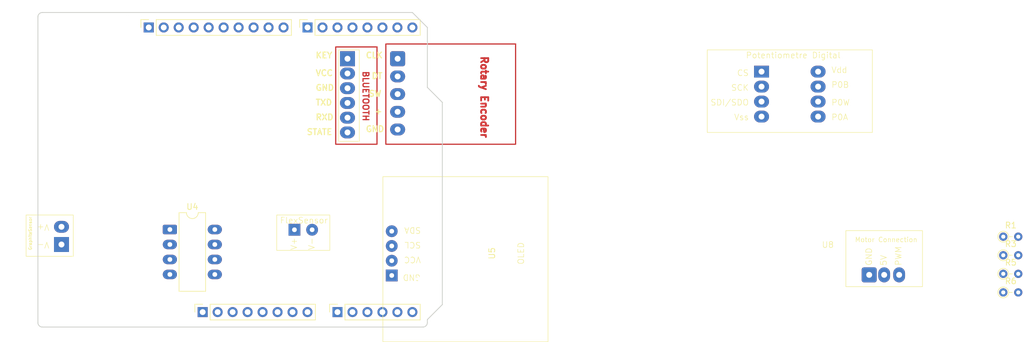
<source format=kicad_pcb>
(kicad_pcb (version 20241229) (generator "pcbnew") (generator_version "9.0")
  (title_block (date "mar. 31 mars 2015"))
  (layers (0 "F.Cu" signal) (2 "B.Cu" signal) (13 "F.Paste" user) (15 "B.Paste" user) (5 "F.SilkS" user "F.Silkscreen") (7 "B.SilkS" user "B.Silkscreen") (1 "F.Mask" user) (3 "B.Mask" user) (25 "Edge.Cuts" user))
  (net 0 "")
  (net 1 "GND")
  (net 3 "+5V")
  (net 4 "/IOREF")
  (net 5 "Net-(U4-+IN)")
  (net 6 "/A1")
  (net 7 "/A2")
  (net 8 "A0")
  (net 9 "Net-(U4-V+)")
  (net 10 "Net-(U4--IN)")
  (net 11 "11")
  (net 12 "A5")
  (net 13 "/AREF")
  (net 14 "12")
  (net 15 "13")
  (net 16 "10")
  (net 17 "A4")
  (net 18 "8")
  (net 19 "9")
  (net 20 "A3")
  (net 21 "2")
  (net 22 "7")
  (net 23 "/TX{slash}1")
  (net 24 "3")
  (net 25 "/RX{slash}0")
  (net 26 "+3V3")
  (net 27 "VCC")
  (net 28 "/~{RESET}")
  (net 29 "6")
  (net 30 "4")
  (net 31 "5")
  (net 32 "Net-(U3--)")
  (net 33 "Net-(U4-OUT)")
  (footprint "Connector_PinSocket_2.54mm:PinSocket_1x08_P2.54mm_Vertical" (layer "F.Cu") (at 127.94 97.46 90)
    (property "Reference" "J1" (hide yes))
    (property "Value" "Power")
    (fp_line (start 1.33 -1.33) (end 1.33 0) (stroke (width 0.12)) (layer "F.SilkS"))
    (fp_line (start 0 -1.33) (end 1.33 -1.33) (stroke (width 0.12)) (layer "F.SilkS"))
    (fp_line (start 1.33 1.27) (end 1.33 19.11) (stroke (width 0.12)) (layer "F.SilkS"))
    (fp_line (start -1.33 1.27) (end 1.33 1.27) (stroke (width 0.12)) (layer "F.SilkS"))
    (fp_line (start -1.33 1.27) (end -1.33 19.11) (stroke (width 0.12)) (layer "F.SilkS"))
    (fp_line (start -1.33 19.11) (end 1.33 19.11) (stroke (width 0.12)) (layer "F.SilkS"))
    (pad "1" thru_hole rect (at 0 0 90) (size 1.7 1.7) (drill 1) (layers "*.Cu" "*.Mask"))
    (pad "2" thru_hole oval (at 0 2.54 90) (size 1.7 1.7) (drill 1) (layers "*.Cu" "*.Mask") (net 4 "/IOREF"))
    (pad "3" thru_hole oval (at 0 5.08 90) (size 1.7 1.7) (drill 1) (layers "*.Cu" "*.Mask") (net 28 "/~{RESET}"))
    (pad "4" thru_hole oval (at 0 7.62 90) (size 1.7 1.7) (drill 1) (layers "*.Cu" "*.Mask") (net 26 "+3V3"))
    (pad "5" thru_hole oval (at 0 10.16 90) (size 1.7 1.7) (drill 1) (layers "*.Cu" "*.Mask") (net 3 "+5V"))
    (pad "6" thru_hole oval (at 0 12.7 90) (size 1.7 1.7) (drill 1) (layers "*.Cu" "*.Mask") (net 1 "GND"))
    (pad "7" thru_hole oval (at 0 15.24 90) (size 1.7 1.7) (drill 1) (layers "*.Cu" "*.Mask") (net 1 "GND"))
    (pad "8" thru_hole oval (at 0 17.78 90) (size 1.7 1.7) (drill 1) (layers "*.Cu" "*.Mask") (net 27 "VCC"))
  )
  (footprint "Connector_PinSocket_2.54mm:PinSocket_1x06_P2.54mm_Vertical" (layer "F.Cu") (at 150.8 97.46 90)
    (property "Reference" "J3" (hide yes))
    (property "Value" "Analog")
    (fp_line (start 1.33 -1.33) (end 1.33 0) (stroke (width 0.12)) (layer "F.SilkS"))
    (fp_line (start 0 -1.33) (end 1.33 -1.33) (stroke (width 0.12)) (layer "F.SilkS"))
    (fp_line (start 1.33 1.27) (end 1.33 14.03) (stroke (width 0.12)) (layer "F.SilkS"))
    (fp_line (start -1.33 1.27) (end 1.33 1.27) (stroke (width 0.12)) (layer "F.SilkS"))
    (fp_line (start -1.33 1.27) (end -1.33 14.03) (stroke (width 0.12)) (layer "F.SilkS"))
    (fp_line (start -1.33 14.03) (end 1.33 14.03) (stroke (width 0.12)) (layer "F.SilkS"))
    (pad "1" thru_hole rect (at 0 0 90) (size 1.7 1.7) (drill 1) (layers "*.Cu" "*.Mask") (net 8 "A0"))
    (pad "2" thru_hole oval (at 0 2.54 90) (size 1.7 1.7) (drill 1) (layers "*.Cu" "*.Mask") (net 6 "/A1"))
    (pad "3" thru_hole oval (at 0 5.08 90) (size 1.7 1.7) (drill 1) (layers "*.Cu" "*.Mask") (net 7 "/A2"))
    (pad "4" thru_hole oval (at 0 7.62 90) (size 1.7 1.7) (drill 1) (layers "*.Cu" "*.Mask") (net 20 "A3"))
    (pad "5" thru_hole oval (at 0 10.16 90) (size 1.7 1.7) (drill 1) (layers "*.Cu" "*.Mask") (net 17 "A4"))
    (pad "6" thru_hole oval (at 0 12.7 90) (size 1.7 1.7) (drill 1) (layers "*.Cu" "*.Mask") (net 12 "A5"))
  )
  (footprint "Connector_PinSocket_2.54mm:PinSocket_1x10_P2.54mm_Vertical" (layer "F.Cu") (at 118.796 49.2 90)
    (property "Reference" "J2" (hide yes))
    (property "Value" "Digital/PWM")
    (fp_line (start 1.33 -1.33) (end 1.33 0) (stroke (width 0.12)) (layer "F.SilkS"))
    (fp_line (start 0 -1.33) (end 1.33 -1.33) (stroke (width 0.12)) (layer "F.SilkS"))
    (fp_line (start 1.33 1.27) (end 1.33 24.19) (stroke (width 0.12)) (layer "F.SilkS"))
    (fp_line (start -1.33 1.27) (end 1.33 1.27) (stroke (width 0.12)) (layer "F.SilkS"))
    (fp_line (start -1.33 1.27) (end -1.33 24.19) (stroke (width 0.12)) (layer "F.SilkS"))
    (fp_line (start -1.33 24.19) (end 1.33 24.19) (stroke (width 0.12)) (layer "F.SilkS"))
    (pad "1" thru_hole rect (at 0 0 90) (size 1.7 1.7) (drill 1) (layers "*.Cu" "*.Mask") (net 12 "A5"))
    (pad "2" thru_hole oval (at 0 2.54 90) (size 1.7 1.7) (drill 1) (layers "*.Cu" "*.Mask") (net 17 "A4"))
    (pad "3" thru_hole oval (at 0 5.08 90) (size 1.7 1.7) (drill 1) (layers "*.Cu" "*.Mask") (net 13 "/AREF"))
    (pad "4" thru_hole oval (at 0 7.62 90) (size 1.7 1.7) (drill 1) (layers "*.Cu" "*.Mask") (net 1 "GND"))
    (pad "5" thru_hole oval (at 0 10.16 90) (size 1.7 1.7) (drill 1) (layers "*.Cu" "*.Mask") (net 15 "13"))
    (pad "6" thru_hole oval (at 0 12.7 90) (size 1.7 1.7) (drill 1) (layers "*.Cu" "*.Mask") (net 14 "12"))
    (pad "7" thru_hole oval (at 0 15.24 90) (size 1.7 1.7) (drill 1) (layers "*.Cu" "*.Mask") (net 11 "11"))
    (pad "8" thru_hole oval (at 0 17.78 90) (size 1.7 1.7) (drill 1) (layers "*.Cu" "*.Mask") (net 16 "10"))
    (pad "9" thru_hole oval (at 0 20.32 90) (size 1.7 1.7) (drill 1) (layers "*.Cu" "*.Mask") (net 19 "9"))
    (pad "10" thru_hole oval (at 0 22.86 90) (size 1.7 1.7) (drill 1) (layers "*.Cu" "*.Mask") (net 18 "8"))
  )
  (footprint "Connector_PinSocket_2.54mm:PinSocket_1x08_P2.54mm_Vertical" (layer "F.Cu") (at 145.72 49.2 90)
    (property "Reference" "J4" (hide yes))
    (property "Value" "Digital/PWM")
    (fp_line (start 1.33 -1.33) (end 1.33 0) (stroke (width 0.12)) (layer "F.SilkS"))
    (fp_line (start 0 -1.33) (end 1.33 -1.33) (stroke (width 0.12)) (layer "F.SilkS"))
    (fp_line (start 1.33 1.27) (end 1.33 19.11) (stroke (width 0.12)) (layer "F.SilkS"))
    (fp_line (start -1.33 1.27) (end 1.33 1.27) (stroke (width 0.12)) (layer "F.SilkS"))
    (fp_line (start -1.33 1.27) (end -1.33 19.11) (stroke (width 0.12)) (layer "F.SilkS"))
    (fp_line (start -1.33 19.11) (end 1.33 19.11) (stroke (width 0.12)) (layer "F.SilkS"))
    (pad "1" thru_hole rect (at 0 0 90) (size 1.7 1.7) (drill 1) (layers "*.Cu" "*.Mask") (net 22 "7"))
    (pad "2" thru_hole oval (at 0 2.54 90) (size 1.7 1.7) (drill 1) (layers "*.Cu" "*.Mask") (net 29 "6"))
    (pad "3" thru_hole oval (at 0 5.08 90) (size 1.7 1.7) (drill 1) (layers "*.Cu" "*.Mask") (net 31 "5"))
    (pad "4" thru_hole oval (at 0 7.62 90) (size 1.7 1.7) (drill 1) (layers "*.Cu" "*.Mask") (net 30 "4"))
    (pad "5" thru_hole oval (at 0 10.16 90) (size 1.7 1.7) (drill 1) (layers "*.Cu" "*.Mask") (net 24 "3"))
    (pad "6" thru_hole oval (at 0 12.7 90) (size 1.7 1.7) (drill 1) (layers "*.Cu" "*.Mask") (net 21 "2"))
    (pad "7" thru_hole oval (at 0 15.24 90) (size 1.7 1.7) (drill 1) (layers "*.Cu" "*.Mask") (net 23 "/TX{slash}1"))
    (pad "8" thru_hole oval (at 0 17.78 90) (size 1.7 1.7) (drill 1) (layers "*.Cu" "*.Mask") (net 25 "/RX{slash}0"))
  )
  (footprint "Projet_Capteur_Librairie_Empreintes:Empreinte_ConnecteurMoteur" (layer "F.Cu") (at 243.5 97.15)
    (property "Reference" "U8" (at -9.55 -11.1 0) (layer "F.SilkS") (effects (font (thickness 0.1))))
    (property "Value" "~")
    (fp_rect (start -6.5 -13.5) (end 6.5 -4) (stroke (width 0.1)) (fill no) (layer "F.SilkS"))
    (fp_text user "Motor Connection" (at -5 -11.5 0) (layer "F.SilkS") (effects (font (size 0.8 0.8) (thickness 0.1)) (justify left bottom)))
    (fp_text user "PWM" (at 3 -7.5 90) (layer "F.SilkS") (effects (font (thickness 0.1)) (justify left bottom)))
    (fp_text user "GND" (at -2 -7.5 90) (layer "F.SilkS") (effects (font (thickness 0.1)) (justify left bottom)))
    (fp_text user "5V" (at 0.5 -7.5 90) (layer "F.SilkS") (effects (font (thickness 0.1)) (justify left bottom)))
    (pad "1" thru_hole roundrect (at -2.54 -6) (size 2.54 2.54) (drill 1) (layers "*.Cu" "*.Mask") (roundrect_rratio 0.15) (net 1 "GND"))
    (pad "2" thru_hole oval (at 0 -6) (size 2 2.54) (drill 1) (layers "*.Cu" "*.Mask") (net 3 "+5V"))
    (pad "3" thru_hole oval (at 2.54 -6) (size 2 2.54) (drill 1) (layers "*.Cu" "*.Mask") (net 19 "9"))
  )
  (footprint "Projet_Capteur_Librairie_Empreintes:Empreinte_Rotary_Encoder" (layer "F.Cu") (at 161 54.5 -90)
    (property "Reference" "U7" (hide yes))
    (property "Value" "~" (hide yes))
    (fp_rect (start -2.5 -20) (end 14.5 2) (stroke (width 0.2)) (fill no) (layer "F.Cu"))
    (fp_text user "Rotary Encoder" (at 6.5 -14 270) (layer "F.Cu") (effects (font (size 1.2 1.2) (thickness 0.3) (bold yes)) (justify bottom)))
    (fp_text user "GND" (at 12.5 5.5 0) (layer "F.SilkS") (effects (font (thickness 0.2) (bold yes)) (justify left bottom)))
    (fp_text user "SW" (at 6.5 5 0) (layer "F.SilkS") (effects (font (thickness 0.2) (bold yes)) (justify left bottom)))
    (fp_text user "+" (at 9.5 4 0) (layer "F.SilkS") (effects (font (thickness 0.2) (bold yes)) (justify left bottom)))
    (fp_text user "CLK" (at 0 5.5 0) (layer "F.SilkS") (effects (font (thickness 0.2) (bold yes)) (justify left bottom)))
    (fp_text user "DT" (at 3.5 4.5 0) (layer "F.SilkS") (effects (font (thickness 0.2) (bold yes)) (justify left bottom)))
    (pad "1" thru_hole roundrect (at 0 0 270) (size 2.54 2.54) (drill 1) (layers "*.Cu" "*.Mask") (roundrect_rratio 0.15) (net 21 "2"))
    (pad "2" thru_hole oval (at 3 0 270) (size 2 2.54) (drill 1) (layers "*.Cu" "*.Mask") (net 30 "4"))
    (pad "3" thru_hole oval (at 6 0 270) (size 2 2.54) (drill 1) (layers "*.Cu" "*.Mask") (net 24 "3"))
    (pad "4" thru_hole oval (at 9 0 270) (size 2 2.54) (drill 1) (layers "*.Cu" "*.Mask") (net 3 "+5V"))
    (pad "5" thru_hole oval (at 12 0 270) (size 2 2.54) (drill 1) (layers "*.Cu" "*.Mask") (net 1 "GND"))
  )
  (footprint "Projet_Capteur_Librairie_Empreintes:Empreinte_GraphiteSensor" (layer "F.Cu") (at 104 84.5 90)
    (property "Reference" "U3" (hide yes))
    (property "Value" "~" (hide yes))
    (fp_rect (start -3.5 -6) (end 3.5 2) (stroke (width 0.1)) (fill no) (layer "F.SilkS"))
    (fp_text user "GraphiteSensor" (at -2.5 -5 90) (layer "F.SilkS") (effects (font (size 0.5 0.5) (thickness 0.1)) (justify left bottom)))
    (fp_text user "V+" (at 2 -2 180) (layer "F.SilkS") (effects (font (thickness 0.1)) (justify left bottom)))
    (fp_text user "V-" (at -1 -2 180) (layer "F.SilkS") (effects (font (thickness 0.1)) (justify left bottom)))
    (pad "1" thru_hole rect (at -1.5 0 90) (size 2.54 2.54) (drill 1) (layers "*.Cu" "*.Mask") (net 3 "+5V"))
    (pad "2" thru_hole oval (at 1.5 0 90) (size 2 2.54) (drill 1) (layers "*.Cu" "*.Mask") (net 32 "Net-(U3--)"))
  )
  (footprint "Projet_Capteur_Librairie_Empreintes:Empreinte_FlexSensor" (layer "F.Cu") (at 148 83.5)
    (property "Reference" "U2" (hide yes))
    (property "Value" "~" (hide yes))
    (fp_rect (start -7.5 -2.5) (end 1.5 3.5) (stroke (width 0.1)) (fill no) (layer "F.SilkS"))
    (fp_text user "V+" (at -4 3.5 90) (layer "F.SilkS") (effects (font (thickness 0.1)) (justify left bottom)))
    (fp_text user "FlexSensor" (at -7 -1 0) (layer "F.SilkS") (effects (font (thickness 0.1)) (justify left bottom)))
    (fp_text user "V-" (at -1 3.5 90) (layer "F.SilkS") (effects (font (thickness 0.1)) (justify left bottom)))
    (pad "1" thru_hole rect (at -4.5 0) (size 2 2) (drill 0.8) (layers "*.Cu" "*.Mask") (net 3 "+5V"))
    (pad "2" thru_hole circle (at -1.5 0) (size 2 2) (drill 0.8) (layers "*.Cu" "*.Mask") (net 20 "A3"))
  )
  (footprint "Arduino_MountingHole:MountingHole_3.2mm" (layer "F.Cu") (at 115.24 49.2)
    (property "Reference" "MH1" (hide yes))
    (property "Value" "MountingHole_3.2mm" (hide yes))
    (pad "" np_thru_hole circle (at 0 0) (size 3.2 3.2) (drill 3.2) (layers "*.Cu" "*.Mask"))
  )
  (footprint "Projet_Capteur_Librairie_Empreintes:Empreinte_OLED" (layer "F.Cu") (at 160 87.5 90)
    (property "Reference" "U5" (at 0 17 90) (layer "F.SilkS"))
    (property "Value" "~")
    (fp_rect (start -15 -1.5) (end 13 26.5) (stroke (width 0.1)) (fill no) (layer "F.SilkS"))
    (fp_text user "SCL" (at 2 5 180) (layer "F.SilkS") (effects (font (thickness 0.1)) (justify left bottom)))
    (fp_text user "VCC" (at -0.5 5 180) (layer "F.SilkS") (effects (font (thickness 0.1)) (justify left bottom)))
    (fp_text user "GND" (at -3.5 5 180) (layer "F.SilkS") (effects (font (thickness 0.1)) (justify left bottom)))
    (fp_text user "OLED" (at 0 22.5 90) (layer "F.SilkS") (effects (font (thickness 0.1)) (justify bottom)))
    (fp_text user "SDA" (at 4.5 5 180) (layer "F.SilkS") (effects (font (thickness 0.1)) (justify left bottom)))
    (pad "1" thru_hole rect (at -3.75 0 90) (size 2 2) (drill 0.8) (layers "*.Cu" "*.Mask") (net 1 "GND"))
    (pad "2" thru_hole circle (at -1.25 0 90) (size 2 2) (drill 0.8) (layers "*.Cu" "*.Mask") (net 3 "+5V"))
    (pad "3" thru_hole circle (at 1.25 0 90) (size 2 2) (drill 0.8) (layers "*.Cu" "*.Mask") (net 12 "A5"))
    (pad "4" thru_hole circle (at 3.75 0 90) (size 2 2) (drill 0.8) (layers "*.Cu" "*.Mask") (net 17 "A4"))
  )
  (footprint "Projet_Capteur_Librairie_Empreintes:Empreinte_Bluetooth" (layer "F.Cu") (at 152.5 54.5 -90)
    (property "Reference" "U1" (hide yes))
    (property "Value" "~" (hide yes))
    (fp_rect (start -2 -5) (end 14.5 2) (stroke (width 0.2)) (fill no) (layer "F.Cu"))
    (fp_rect (start -1.5 -2) (end 14 1.5) (stroke (width 0.1)) (fill no) (layer "F.SilkS"))
    (fp_text user "BLUETOOTH" (at 2 -2.5 270) (layer "F.Cu") (effects (font (thickness 0.2) (bold yes)) (justify left bottom)))
    (fp_text user "RXD" (at 10.5 5.5 0) (layer "F.SilkS") (effects (font (thickness 0.2) (bold yes)) (justify left bottom)))
    (fp_text user "GND" (at 5.5 5.5 0) (layer "F.SilkS") (effects (font (thickness 0.2) (bold yes)) (justify left bottom)))
    (fp_text user "KEY" (at 0 5.5 0) (layer "F.SilkS") (effects (font (thickness 0.2)) (justify left bottom)))
    (fp_text user "VCC" (at 3 5.5 0) (layer "F.SilkS") (effects (font (thickness 0.2) (bold yes)) (justify left bottom)))
    (fp_text user "STATE" (at 13 7 0) (layer "F.SilkS") (effects (font (thickness 0.2) (bold yes)) (justify left bottom)))
    (fp_text user "TXD" (at 8 5.5 0) (layer "F.SilkS") (effects (font (thickness 0.2) (bold yes)) (justify left bottom)))
    (pad "1" thru_hole rect (at 0 0 270) (size 2.54 2.54) (drill 1) (layers "*.Cu" "*.Mask"))
    (pad "2" thru_hole oval (at 2.5 0 270) (size 2 2.54) (drill 1) (layers "*.Cu" "*.Mask") (net 3 "+5V"))
    (pad "3" thru_hole oval (at 5 0 270) (size 2 2.54) (drill 1) (layers "*.Cu" "*.Mask") (net 1 "GND"))
    (pad "4" thru_hole oval (at 7.5 0 270) (size 2 2.54) (drill 1) (layers "*.Cu" "*.Mask") (net 31 "5"))
    (pad "5" thru_hole oval (at 10 0 270) (size 2 2.54) (drill 1) (layers "*.Cu" "*.Mask") (net 29 "6"))
    (pad "6" thru_hole oval (at 12.5 0 90) (size 2 2.54) (drill 1) (layers "*.Cu" "*.Mask"))
  )
  (footprint "Resistor_THT:R_Axial_DIN0204_L3.6mm_D1.6mm_P2.54mm_Vertical" (layer "F.Cu") (at 263.695 90.975)
    (property "Reference" "R5" (at 1.27 -1.92 0) (layer "F.SilkS"))
    (property "Value" "10k")
    (fp_line (start 0.92 0) (end 1.54 0) (stroke (width 0.12)) (layer "F.SilkS"))
    (fp_circle (center 0 0) (end 0.92 0) (stroke (width 0.12)) (fill no) (layer "F.SilkS"))
    (pad "1" thru_hole circle (at 0 0) (size 1.4 1.4) (drill 0.7) (layers "*.Cu" "*.Mask") (net 32 "Net-(U3--)"))
    (pad "2" thru_hole oval (at 2.54 0) (size 1.4 1.4) (drill 0.7) (layers "*.Cu" "*.Mask") (net 5 "Net-(U4-+IN)"))
  )
  (footprint "Resistor_THT:R_Axial_DIN0204_L3.6mm_D1.6mm_P2.54mm_Vertical" (layer "F.Cu") (at 263.695 94.125)
    (property "Reference" "R6" (at 1.27 -1.92 0) (layer "F.SilkS"))
    (property "Value" "1k")
    (fp_line (start 0.92 0) (end 1.54 0) (stroke (width 0.12)) (layer "F.SilkS"))
    (fp_circle (center 0 0) (end 0.92 0) (stroke (width 0.12)) (fill no) (layer "F.SilkS"))
    (pad "1" thru_hole circle (at 0 0) (size 1.4 1.4) (drill 0.7) (layers "*.Cu" "*.Mask") (net 33 "Net-(U4-OUT)"))
    (pad "2" thru_hole oval (at 2.54 0) (size 1.4 1.4) (drill 0.7) (layers "*.Cu" "*.Mask") (net 8 "A0"))
  )
  (footprint "Package_DIP:CERDIP-8_W7.62mm_SideBrazed_LongPads" (layer "F.Cu") (at 122.38 83.46)
    (property "Reference" "U4" (at 3.81 -3.855 0) (layer "F.SilkS"))
    (property "Value" "~")
    (fp_line (start 1.56 -2.855) (end 1.56 10.475) (stroke (width 0.12)) (layer "F.SilkS"))
    (fp_line (start 1.56 10.475) (end 6.06 10.475) (stroke (width 0.12)) (layer "F.SilkS"))
    (fp_line (start 2.81 -2.855) (end 1.56 -2.855) (stroke (width 0.12)) (layer "F.SilkS"))
    (fp_line (start 6.06 -2.855) (end 4.81 -2.855) (stroke (width 0.12)) (layer "F.SilkS"))
    (fp_line (start 6.06 10.475) (end 6.06 -2.855) (stroke (width 0.12)) (layer "F.SilkS"))
    (fp_arc (start 4.81 -2.855) (mid 3.81 -1.855) (end 2.81 -2.855) (stroke (width 0.12)) (layer "F.SilkS"))
    (pad "1" thru_hole roundrect (at 0 0) (size 2.4 1.6) (drill 0.8) (layers "*.Cu" "*.Mask") (roundrect_rratio 0.15625))
    (pad "2" thru_hole oval (at 0 2.54) (size 2.4 1.6) (drill 0.8) (layers "*.Cu" "*.Mask") (net 10 "Net-(U4--IN)"))
    (pad "3" thru_hole oval (at 0 5.08) (size 2.4 1.6) (drill 0.8) (layers "*.Cu" "*.Mask") (net 5 "Net-(U4-+IN)"))
    (pad "4" thru_hole oval (at 0 7.62) (size 2.4 1.6) (drill 0.8) (layers "*.Cu" "*.Mask"))
    (pad "5" thru_hole oval (at 7.62 7.62) (size 2.4 1.6) (drill 0.8) (layers "*.Cu" "*.Mask"))
    (pad "6" thru_hole oval (at 7.62 5.08) (size 2.4 1.6) (drill 0.8) (layers "*.Cu" "*.Mask") (net 33 "Net-(U4-OUT)"))
    (pad "7" thru_hole oval (at 7.62 2.54) (size 2.4 1.6) (drill 0.8) (layers "*.Cu" "*.Mask") (net 9 "Net-(U4-V+)"))
    (pad "8" thru_hole oval (at 7.62 0) (size 2.4 1.6) (drill 0.8) (layers "*.Cu" "*.Mask"))
  )
  (footprint "Arduino_MountingHole:MountingHole_3.2mm" (layer "F.Cu") (at 113.97 97.46)
    (property "Reference" "MH2" (hide yes))
    (property "Value" "MountingHole_3.2mm" (hide yes))
    (pad "" np_thru_hole circle (at 0 0) (size 3.2 3.2) (drill 3.2) (layers "*.Cu" "*.Mask"))
  )
  (footprint "Projet_Capteur_Librairie_Empreintes:Empreinte_PotentiometreDigital" (layer "F.Cu") (at 227.5 60.5)
    (property "Reference" "U6" (hide yes))
    (property "Value" "~" (hide yes))
    (fp_rect (start -14 -7.5) (end 14 6.5) (stroke (width 0.1)) (fill no) (layer "F.SilkS"))
    (fp_text user "Potentiometre Digital" (at -7.5 -6 0) (layer "F.SilkS") (effects (font (thickness 0.1)) (justify left bottom)))
    (fp_text user "P0W" (at 7 2 0) (layer "F.SilkS") (effects (font (thickness 0.1)) (justify left bottom)))
    (fp_text user "SCK" (at -10 -0.5 0) (layer "F.SilkS") (effects (font (thickness 0.1)) (justify left bottom)))
    (fp_text user "Vdd" (at 7 -3.5 0) (layer "F.SilkS") (effects (font (thickness 0.1)) (justify left bottom)))
    (fp_text user "P0B" (at 7 -1 0) (layer "F.SilkS") (effects (font (thickness 0.1)) (justify left bottom)))
    (fp_text user "P0A" (at 7 4.5 0) (layer "F.SilkS") (effects (font (thickness 0.1)) (justify left bottom)))
    (fp_text user "CS" (at -9 -3 0) (layer "F.SilkS") (effects (font (thickness 0.1)) (justify left bottom)))
    (fp_text user "Vss" (at -9.5 4.5 0) (layer "F.SilkS") (effects (font (thickness 0.1)) (justify left bottom)))
    (fp_text user "SDI/SDO" (at -13.5 2 0) (layer "F.SilkS") (effects (font (thickness 0.1)) (justify left bottom)))
    (pad "1" thru_hole rect (at -4.79425 -3.81) (size 2.54 2) (drill 1) (layers "*.Cu" "*.Mask"))
    (pad "2" thru_hole oval (at -4.79425 -1.27) (size 2.54 2) (drill 1) (layers "*.Cu" "*.Mask") (net 15 "13"))
    (pad "3" thru_hole oval (at -4.79425 1.27) (size 2.54 2) (drill 1) (layers "*.Cu" "*.Mask") (net 11 "11"))
    (pad "4" thru_hole oval (at -4.79425 3.81) (size 2.54 2) (drill 1) (layers "*.Cu" "*.Mask") (net 16 "10"))
    (pad "5" thru_hole oval (at 4.79425 3.81) (size 2.54 2) (drill 1) (layers "*.Cu" "*.Mask") (net 1 "GND"))
    (pad "6" thru_hole oval (at 4.79425 1.27) (size 2.54 2) (drill 1) (layers "*.Cu" "*.Mask") (net 1 "GND"))
    (pad "7" thru_hole oval (at 4.79425 -1.27) (size 2.54 2) (drill 1) (layers "*.Cu" "*.Mask") (net 10 "Net-(U4--IN)"))
    (pad "8" thru_hole oval (at 4.79425 -3.81) (size 2.54 2) (drill 1) (layers "*.Cu" "*.Mask"))
  )
  (footprint "Arduino_MountingHole:MountingHole_3.2mm" (layer "F.Cu") (at 166.04 64.44)
    (property "Reference" "MH3" (hide yes))
    (property "Value" "MountingHole_3.2mm" (hide yes))
    (pad "" np_thru_hole circle (at 0 0) (size 3.2 3.2) (drill 3.2) (layers "*.Cu" "*.Mask"))
  )
  (footprint "Resistor_THT:R_Axial_DIN0204_L3.6mm_D1.6mm_P2.54mm_Vertical" (layer "F.Cu") (at 263.695 87.825)
    (property "Reference" "R3" (at 1.27 -1.92 0) (layer "F.SilkS"))
    (property "Value" "100k")
    (fp_line (start 0.92 0) (end 1.54 0) (stroke (width 0.12)) (layer "F.SilkS"))
    (fp_circle (center 0 0) (end 0.92 0) (stroke (width 0.12)) (fill no) (layer "F.SilkS"))
    (pad "1" thru_hole circle (at 0 0) (size 1.4 1.4) (drill 0.7) (layers "*.Cu" "*.Mask") (net 10 "Net-(U4--IN)"))
    (pad "2" thru_hole oval (at 2.54 0) (size 1.4 1.4) (drill 0.7) (layers "*.Cu" "*.Mask") (net 9 "Net-(U4-V+)"))
  )
  (footprint "Arduino_MountingHole:MountingHole_3.2mm" (layer "F.Cu") (at 166.04 92.38)
    (property "Reference" "MH4" (hide yes))
    (property "Value" "MountingHole_3.2mm" (hide yes))
    (pad "" np_thru_hole circle (at 0 0) (size 3.2 3.2) (drill 3.2) (layers "*.Cu" "*.Mask"))
  )
  (footprint "Resistor_THT:R_Axial_DIN0204_L3.6mm_D1.6mm_P2.54mm_Vertical" (layer "F.Cu") (at 263.695 84.675)
    (property "Reference" "R1" (at 1.27 -1.92 0) (layer "F.SilkS"))
    (property "Value" "100k")
    (fp_line (start 0.92 0) (end 1.54 0) (stroke (width 0.12)) (layer "F.SilkS"))
    (fp_circle (center 0 0) (end 0.92 0) (stroke (width 0.12)) (fill no) (layer "F.SilkS"))
    (pad "1" thru_hole circle (at 0 0) (size 1.4 1.4) (drill 0.7) (layers "*.Cu" "*.Mask") (net 5 "Net-(U4-+IN)"))
    (pad "2" thru_hole oval (at 2.54 0) (size 1.4 1.4) (drill 0.7) (layers "*.Cu" "*.Mask") (net 1 "GND"))
  )
  (gr_line (start 166.04 59.36) (end 168.58 61.9) (stroke (width 0.15)) (layer "Edge.Cuts"))
  (gr_line (start 100 99.238) (end 100 47.422) (stroke (width 0.15)) (layer "Edge.Cuts"))
  (gr_line (start 168.58 61.9) (end 168.58 96.19) (stroke (width 0.15)) (layer "Edge.Cuts"))
  (gr_line (start 165.278 100) (end 100.762 100) (stroke (width 0.15)) (layer "Edge.Cuts"))
  (gr_line (start 100.762 46.66) (end 163.5 46.66) (stroke (width 0.15)) (layer "Edge.Cuts"))
  (gr_arc (start 100.762 100) (mid 100.223185 99.776815) (end 100 99.238) (stroke (width 0.15)) (layer "Edge.Cuts"))
  (gr_line (start 168.58 96.19) (end 166.04 98.73) (stroke (width 0.15)) (layer "Edge.Cuts"))
  (gr_line (start 163.5 46.66) (end 166.04 49.2) (stroke (width 0.15)) (layer "Edge.Cuts"))
  (gr_arc (start 166.04 99.238) (mid 165.816815 99.776815) (end 165.278 100) (stroke (width 0.15)) (layer "Edge.Cuts"))
  (gr_line (start 166.04 49.2) (end 166.04 59.36) (stroke (width 0.15)) (layer "Edge.Cuts"))
  (gr_line (start 166.04 98.73) (end 166.04 99.238) (stroke (width 0.15)) (layer "Edge.Cuts"))
  (gr_arc (start 100 47.422) (mid 100.223185 46.883185) (end 100.762 46.66) (stroke (width 0.15)) (layer "Edge.Cuts"))
)
</source>
